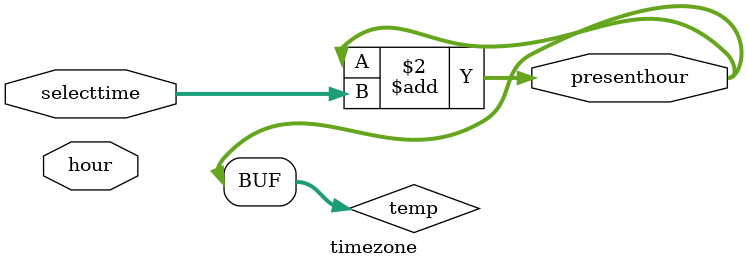
<source format=v>
`timescale 1ns / 1ps


module timezone(
    input [4:0] hour,
    input [4:0] selecttime,
    output [4:0] presenthour
    );
    reg [4:0]temp;
        always@(selecttime)
            temp = presenthour + selecttime;
    assign presenthour = temp;
endmodule

</source>
